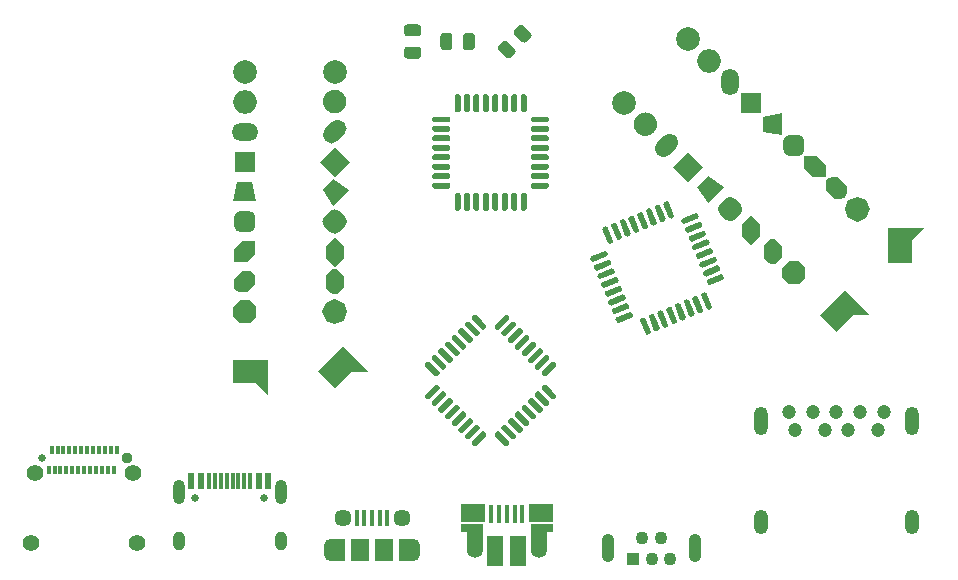
<source format=gbr>
G04 #@! TF.GenerationSoftware,KiCad,Pcbnew,5.99.0-unknown-9424d66d22~106~ubuntu18.04.1*
G04 #@! TF.CreationDate,2021-01-09T19:53:46+08:00*
G04 #@! TF.ProjectId,Flashpads,466c6173-6870-4616-9473-2e6b69636164,rev?*
G04 #@! TF.SameCoordinates,Original*
G04 #@! TF.FileFunction,Soldermask,Top*
G04 #@! TF.FilePolarity,Negative*
%FSLAX46Y46*%
G04 Gerber Fmt 4.6, Leading zero omitted, Abs format (unit mm)*
G04 Created by KiCad (PCBNEW 5.99.0-unknown-9424d66d22~106~ubuntu18.04.1) date 2021-01-09 19:53:46*
%MOMM*%
%LPD*%
G01*
G04 APERTURE LIST*
%ADD10R,1.430000X2.500000*%
%ADD11O,1.350000X1.700000*%
%ADD12O,1.100000X1.500000*%
%ADD13R,0.400000X1.650000*%
%ADD14R,2.000000X1.500000*%
%ADD15R,1.825000X0.700000*%
%ADD16R,1.350000X2.000000*%
%ADD17R,0.300000X0.700000*%
%ADD18C,0.650000*%
%ADD19C,0.950000*%
%ADD20C,1.400000*%
%ADD21O,1.100000X2.400000*%
%ADD22C,1.100000*%
%ADD23R,1.100000X1.100000*%
%ADD24O,1.200000X2.100000*%
%ADD25O,1.200000X2.400000*%
%ADD26C,1.200000*%
%ADD27R,0.600000X1.450000*%
%ADD28R,0.300000X1.450000*%
%ADD29O,1.000000X2.100000*%
%ADD30O,1.000000X1.600000*%
%ADD31R,1.200000X1.900000*%
%ADD32O,1.200000X1.900000*%
%ADD33R,1.500000X1.900000*%
%ADD34C,1.450000*%
%ADD35R,0.400000X1.350000*%
%ADD36C,2.000000*%
%ADD37R,1.800000X1.800000*%
%ADD38O,1.500000X2.250000*%
%ADD39O,2.000000X2.000000*%
%ADD40O,2.250000X1.500000*%
G04 APERTURE END LIST*
D10*
G04 #@! TO.C,REF\u002A\u002A*
X63419000Y-66917000D03*
X61499000Y-66917000D03*
D11*
X65189000Y-66647000D03*
X59729000Y-66647000D03*
D12*
X64879000Y-63647000D03*
X60039000Y-63647000D03*
D13*
X63759000Y-63767000D03*
X63109000Y-63767000D03*
X62459000Y-63767000D03*
X61809000Y-63767000D03*
X61159000Y-63767000D03*
D14*
X65359000Y-63647000D03*
X59609000Y-63667000D03*
D15*
X65459000Y-64967000D03*
X59509000Y-64967000D03*
D16*
X59729000Y-65717000D03*
X65209000Y-65717000D03*
G04 #@! TD*
D17*
G04 #@! TO.C,REF\u002A\u002A*
X23670000Y-60053000D03*
X24170000Y-60053000D03*
X24670000Y-60053000D03*
X25170000Y-60053000D03*
X25670000Y-60053000D03*
X26170000Y-60053000D03*
X26670000Y-60053000D03*
X27170000Y-60053000D03*
X27670000Y-60053000D03*
X28170000Y-60053000D03*
X28670000Y-60053000D03*
D18*
X23070000Y-59013000D03*
D19*
X30270000Y-59013000D03*
D20*
X22180000Y-66213000D03*
X31160000Y-66213000D03*
X30800000Y-60263000D03*
D17*
X29170000Y-60053000D03*
X28920000Y-58353000D03*
X27420000Y-58353000D03*
X27920000Y-58353000D03*
X28420000Y-58353000D03*
X29420000Y-58353000D03*
X26920000Y-58353000D03*
X26420000Y-58353000D03*
X25920000Y-58353000D03*
X25420000Y-58353000D03*
X24920000Y-58353000D03*
X24420000Y-58353000D03*
X23920000Y-58353000D03*
D20*
X22540000Y-60263000D03*
G04 #@! TD*
D21*
G04 #@! TO.C,REF\u002A\u002A*
X78364000Y-66661000D03*
X71064000Y-66661000D03*
D22*
X76314000Y-67536000D03*
X75514000Y-65786000D03*
X74714000Y-67536000D03*
X73914000Y-65786000D03*
D23*
X73114000Y-67536000D03*
G04 #@! TD*
D24*
G04 #@! TO.C,REF\u002A\u002A*
X83968000Y-64392000D03*
X96768000Y-64392000D03*
D25*
X83968000Y-55892000D03*
X96768000Y-55892000D03*
D26*
X86368000Y-55142000D03*
X88368000Y-55142000D03*
X90368000Y-55142000D03*
X92368000Y-55142000D03*
X94368000Y-55142000D03*
X93868000Y-56642000D03*
X91368000Y-56642000D03*
X89368000Y-56642000D03*
X86868000Y-56642000D03*
G04 #@! TD*
G04 #@! TO.C,IC3*
G36*
G01*
X55712989Y-54041990D02*
X55536212Y-53865213D01*
G75*
G02*
X55536212Y-53688437I88388J88388D01*
G01*
X56420095Y-52804554D01*
G75*
G02*
X56596871Y-52804554I88388J-88388D01*
G01*
X56773648Y-52981331D01*
G75*
G02*
X56773648Y-53158107I-88388J-88388D01*
G01*
X55889765Y-54041990D01*
G75*
G02*
X55712989Y-54041990I-88388J88388D01*
G01*
G37*
G36*
G01*
X56278675Y-54607675D02*
X56101898Y-54430898D01*
G75*
G02*
X56101898Y-54254122I88388J88388D01*
G01*
X56985781Y-53370239D01*
G75*
G02*
X57162557Y-53370239I88388J-88388D01*
G01*
X57339334Y-53547016D01*
G75*
G02*
X57339334Y-53723792I-88388J-88388D01*
G01*
X56455451Y-54607675D01*
G75*
G02*
X56278675Y-54607675I-88388J88388D01*
G01*
G37*
G36*
G01*
X56844360Y-55173361D02*
X56667583Y-54996584D01*
G75*
G02*
X56667583Y-54819808I88388J88388D01*
G01*
X57551466Y-53935925D01*
G75*
G02*
X57728242Y-53935925I88388J-88388D01*
G01*
X57905019Y-54112702D01*
G75*
G02*
X57905019Y-54289478I-88388J-88388D01*
G01*
X57021136Y-55173361D01*
G75*
G02*
X56844360Y-55173361I-88388J88388D01*
G01*
G37*
G36*
G01*
X57410045Y-55739046D02*
X57233268Y-55562269D01*
G75*
G02*
X57233268Y-55385493I88388J88388D01*
G01*
X58117151Y-54501610D01*
G75*
G02*
X58293927Y-54501610I88388J-88388D01*
G01*
X58470704Y-54678387D01*
G75*
G02*
X58470704Y-54855163I-88388J-88388D01*
G01*
X57586821Y-55739046D01*
G75*
G02*
X57410045Y-55739046I-88388J88388D01*
G01*
G37*
G36*
G01*
X57975731Y-56304732D02*
X57798954Y-56127955D01*
G75*
G02*
X57798954Y-55951179I88388J88388D01*
G01*
X58682837Y-55067296D01*
G75*
G02*
X58859613Y-55067296I88388J-88388D01*
G01*
X59036390Y-55244073D01*
G75*
G02*
X59036390Y-55420849I-88388J-88388D01*
G01*
X58152507Y-56304732D01*
G75*
G02*
X57975731Y-56304732I-88388J88388D01*
G01*
G37*
G36*
G01*
X58541416Y-56870417D02*
X58364639Y-56693640D01*
G75*
G02*
X58364639Y-56516864I88388J88388D01*
G01*
X59248522Y-55632981D01*
G75*
G02*
X59425298Y-55632981I88388J-88388D01*
G01*
X59602075Y-55809758D01*
G75*
G02*
X59602075Y-55986534I-88388J-88388D01*
G01*
X58718192Y-56870417D01*
G75*
G02*
X58541416Y-56870417I-88388J88388D01*
G01*
G37*
G36*
G01*
X59107102Y-57436102D02*
X58930325Y-57259325D01*
G75*
G02*
X58930325Y-57082549I88388J88388D01*
G01*
X59814208Y-56198666D01*
G75*
G02*
X59990984Y-56198666I88388J-88388D01*
G01*
X60167761Y-56375443D01*
G75*
G02*
X60167761Y-56552219I-88388J-88388D01*
G01*
X59283878Y-57436102D01*
G75*
G02*
X59107102Y-57436102I-88388J88388D01*
G01*
G37*
G36*
G01*
X59672787Y-58001788D02*
X59496010Y-57825011D01*
G75*
G02*
X59496010Y-57648235I88388J88388D01*
G01*
X60379893Y-56764352D01*
G75*
G02*
X60556669Y-56764352I88388J-88388D01*
G01*
X60733446Y-56941129D01*
G75*
G02*
X60733446Y-57117905I-88388J-88388D01*
G01*
X59849563Y-58001788D01*
G75*
G02*
X59672787Y-58001788I-88388J88388D01*
G01*
G37*
G36*
G01*
X62324437Y-58001788D02*
X61440554Y-57117905D01*
G75*
G02*
X61440554Y-56941129I88388J88388D01*
G01*
X61617331Y-56764352D01*
G75*
G02*
X61794107Y-56764352I88388J-88388D01*
G01*
X62677990Y-57648235D01*
G75*
G02*
X62677990Y-57825011I-88388J-88388D01*
G01*
X62501213Y-58001788D01*
G75*
G02*
X62324437Y-58001788I-88388J88388D01*
G01*
G37*
G36*
G01*
X62890122Y-57436102D02*
X62006239Y-56552219D01*
G75*
G02*
X62006239Y-56375443I88388J88388D01*
G01*
X62183016Y-56198666D01*
G75*
G02*
X62359792Y-56198666I88388J-88388D01*
G01*
X63243675Y-57082549D01*
G75*
G02*
X63243675Y-57259325I-88388J-88388D01*
G01*
X63066898Y-57436102D01*
G75*
G02*
X62890122Y-57436102I-88388J88388D01*
G01*
G37*
G36*
G01*
X63455808Y-56870417D02*
X62571925Y-55986534D01*
G75*
G02*
X62571925Y-55809758I88388J88388D01*
G01*
X62748702Y-55632981D01*
G75*
G02*
X62925478Y-55632981I88388J-88388D01*
G01*
X63809361Y-56516864D01*
G75*
G02*
X63809361Y-56693640I-88388J-88388D01*
G01*
X63632584Y-56870417D01*
G75*
G02*
X63455808Y-56870417I-88388J88388D01*
G01*
G37*
G36*
G01*
X64021493Y-56304732D02*
X63137610Y-55420849D01*
G75*
G02*
X63137610Y-55244073I88388J88388D01*
G01*
X63314387Y-55067296D01*
G75*
G02*
X63491163Y-55067296I88388J-88388D01*
G01*
X64375046Y-55951179D01*
G75*
G02*
X64375046Y-56127955I-88388J-88388D01*
G01*
X64198269Y-56304732D01*
G75*
G02*
X64021493Y-56304732I-88388J88388D01*
G01*
G37*
G36*
G01*
X64587179Y-55739046D02*
X63703296Y-54855163D01*
G75*
G02*
X63703296Y-54678387I88388J88388D01*
G01*
X63880073Y-54501610D01*
G75*
G02*
X64056849Y-54501610I88388J-88388D01*
G01*
X64940732Y-55385493D01*
G75*
G02*
X64940732Y-55562269I-88388J-88388D01*
G01*
X64763955Y-55739046D01*
G75*
G02*
X64587179Y-55739046I-88388J88388D01*
G01*
G37*
G36*
G01*
X65152864Y-55173361D02*
X64268981Y-54289478D01*
G75*
G02*
X64268981Y-54112702I88388J88388D01*
G01*
X64445758Y-53935925D01*
G75*
G02*
X64622534Y-53935925I88388J-88388D01*
G01*
X65506417Y-54819808D01*
G75*
G02*
X65506417Y-54996584I-88388J-88388D01*
G01*
X65329640Y-55173361D01*
G75*
G02*
X65152864Y-55173361I-88388J88388D01*
G01*
G37*
G36*
G01*
X65718549Y-54607675D02*
X64834666Y-53723792D01*
G75*
G02*
X64834666Y-53547016I88388J88388D01*
G01*
X65011443Y-53370239D01*
G75*
G02*
X65188219Y-53370239I88388J-88388D01*
G01*
X66072102Y-54254122D01*
G75*
G02*
X66072102Y-54430898I-88388J-88388D01*
G01*
X65895325Y-54607675D01*
G75*
G02*
X65718549Y-54607675I-88388J88388D01*
G01*
G37*
G36*
G01*
X66284235Y-54041990D02*
X65400352Y-53158107D01*
G75*
G02*
X65400352Y-52981331I88388J88388D01*
G01*
X65577129Y-52804554D01*
G75*
G02*
X65753905Y-52804554I88388J-88388D01*
G01*
X66637788Y-53688437D01*
G75*
G02*
X66637788Y-53865213I-88388J-88388D01*
G01*
X66461011Y-54041990D01*
G75*
G02*
X66284235Y-54041990I-88388J88388D01*
G01*
G37*
G36*
G01*
X65577129Y-52097446D02*
X65400352Y-51920669D01*
G75*
G02*
X65400352Y-51743893I88388J88388D01*
G01*
X66284235Y-50860010D01*
G75*
G02*
X66461011Y-50860010I88388J-88388D01*
G01*
X66637788Y-51036787D01*
G75*
G02*
X66637788Y-51213563I-88388J-88388D01*
G01*
X65753905Y-52097446D01*
G75*
G02*
X65577129Y-52097446I-88388J88388D01*
G01*
G37*
G36*
G01*
X65011443Y-51531761D02*
X64834666Y-51354984D01*
G75*
G02*
X64834666Y-51178208I88388J88388D01*
G01*
X65718549Y-50294325D01*
G75*
G02*
X65895325Y-50294325I88388J-88388D01*
G01*
X66072102Y-50471102D01*
G75*
G02*
X66072102Y-50647878I-88388J-88388D01*
G01*
X65188219Y-51531761D01*
G75*
G02*
X65011443Y-51531761I-88388J88388D01*
G01*
G37*
G36*
G01*
X64445758Y-50966075D02*
X64268981Y-50789298D01*
G75*
G02*
X64268981Y-50612522I88388J88388D01*
G01*
X65152864Y-49728639D01*
G75*
G02*
X65329640Y-49728639I88388J-88388D01*
G01*
X65506417Y-49905416D01*
G75*
G02*
X65506417Y-50082192I-88388J-88388D01*
G01*
X64622534Y-50966075D01*
G75*
G02*
X64445758Y-50966075I-88388J88388D01*
G01*
G37*
G36*
G01*
X63880073Y-50400390D02*
X63703296Y-50223613D01*
G75*
G02*
X63703296Y-50046837I88388J88388D01*
G01*
X64587179Y-49162954D01*
G75*
G02*
X64763955Y-49162954I88388J-88388D01*
G01*
X64940732Y-49339731D01*
G75*
G02*
X64940732Y-49516507I-88388J-88388D01*
G01*
X64056849Y-50400390D01*
G75*
G02*
X63880073Y-50400390I-88388J88388D01*
G01*
G37*
G36*
G01*
X63314387Y-49834704D02*
X63137610Y-49657927D01*
G75*
G02*
X63137610Y-49481151I88388J88388D01*
G01*
X64021493Y-48597268D01*
G75*
G02*
X64198269Y-48597268I88388J-88388D01*
G01*
X64375046Y-48774045D01*
G75*
G02*
X64375046Y-48950821I-88388J-88388D01*
G01*
X63491163Y-49834704D01*
G75*
G02*
X63314387Y-49834704I-88388J88388D01*
G01*
G37*
G36*
G01*
X62748702Y-49269019D02*
X62571925Y-49092242D01*
G75*
G02*
X62571925Y-48915466I88388J88388D01*
G01*
X63455808Y-48031583D01*
G75*
G02*
X63632584Y-48031583I88388J-88388D01*
G01*
X63809361Y-48208360D01*
G75*
G02*
X63809361Y-48385136I-88388J-88388D01*
G01*
X62925478Y-49269019D01*
G75*
G02*
X62748702Y-49269019I-88388J88388D01*
G01*
G37*
G36*
G01*
X62183016Y-48703334D02*
X62006239Y-48526557D01*
G75*
G02*
X62006239Y-48349781I88388J88388D01*
G01*
X62890122Y-47465898D01*
G75*
G02*
X63066898Y-47465898I88388J-88388D01*
G01*
X63243675Y-47642675D01*
G75*
G02*
X63243675Y-47819451I-88388J-88388D01*
G01*
X62359792Y-48703334D01*
G75*
G02*
X62183016Y-48703334I-88388J88388D01*
G01*
G37*
G36*
G01*
X61617331Y-48137648D02*
X61440554Y-47960871D01*
G75*
G02*
X61440554Y-47784095I88388J88388D01*
G01*
X62324437Y-46900212D01*
G75*
G02*
X62501213Y-46900212I88388J-88388D01*
G01*
X62677990Y-47076989D01*
G75*
G02*
X62677990Y-47253765I-88388J-88388D01*
G01*
X61794107Y-48137648D01*
G75*
G02*
X61617331Y-48137648I-88388J88388D01*
G01*
G37*
G36*
G01*
X60379893Y-48137648D02*
X59496010Y-47253765D01*
G75*
G02*
X59496010Y-47076989I88388J88388D01*
G01*
X59672787Y-46900212D01*
G75*
G02*
X59849563Y-46900212I88388J-88388D01*
G01*
X60733446Y-47784095D01*
G75*
G02*
X60733446Y-47960871I-88388J-88388D01*
G01*
X60556669Y-48137648D01*
G75*
G02*
X60379893Y-48137648I-88388J88388D01*
G01*
G37*
G36*
G01*
X59814208Y-48703334D02*
X58930325Y-47819451D01*
G75*
G02*
X58930325Y-47642675I88388J88388D01*
G01*
X59107102Y-47465898D01*
G75*
G02*
X59283878Y-47465898I88388J-88388D01*
G01*
X60167761Y-48349781D01*
G75*
G02*
X60167761Y-48526557I-88388J-88388D01*
G01*
X59990984Y-48703334D01*
G75*
G02*
X59814208Y-48703334I-88388J88388D01*
G01*
G37*
G36*
G01*
X59248522Y-49269019D02*
X58364639Y-48385136D01*
G75*
G02*
X58364639Y-48208360I88388J88388D01*
G01*
X58541416Y-48031583D01*
G75*
G02*
X58718192Y-48031583I88388J-88388D01*
G01*
X59602075Y-48915466D01*
G75*
G02*
X59602075Y-49092242I-88388J-88388D01*
G01*
X59425298Y-49269019D01*
G75*
G02*
X59248522Y-49269019I-88388J88388D01*
G01*
G37*
G36*
G01*
X58682837Y-49834704D02*
X57798954Y-48950821D01*
G75*
G02*
X57798954Y-48774045I88388J88388D01*
G01*
X57975731Y-48597268D01*
G75*
G02*
X58152507Y-48597268I88388J-88388D01*
G01*
X59036390Y-49481151D01*
G75*
G02*
X59036390Y-49657927I-88388J-88388D01*
G01*
X58859613Y-49834704D01*
G75*
G02*
X58682837Y-49834704I-88388J88388D01*
G01*
G37*
G36*
G01*
X58117151Y-50400390D02*
X57233268Y-49516507D01*
G75*
G02*
X57233268Y-49339731I88388J88388D01*
G01*
X57410045Y-49162954D01*
G75*
G02*
X57586821Y-49162954I88388J-88388D01*
G01*
X58470704Y-50046837D01*
G75*
G02*
X58470704Y-50223613I-88388J-88388D01*
G01*
X58293927Y-50400390D01*
G75*
G02*
X58117151Y-50400390I-88388J88388D01*
G01*
G37*
G36*
G01*
X57551466Y-50966075D02*
X56667583Y-50082192D01*
G75*
G02*
X56667583Y-49905416I88388J88388D01*
G01*
X56844360Y-49728639D01*
G75*
G02*
X57021136Y-49728639I88388J-88388D01*
G01*
X57905019Y-50612522D01*
G75*
G02*
X57905019Y-50789298I-88388J-88388D01*
G01*
X57728242Y-50966075D01*
G75*
G02*
X57551466Y-50966075I-88388J88388D01*
G01*
G37*
G36*
G01*
X56985781Y-51531761D02*
X56101898Y-50647878D01*
G75*
G02*
X56101898Y-50471102I88388J88388D01*
G01*
X56278675Y-50294325D01*
G75*
G02*
X56455451Y-50294325I88388J-88388D01*
G01*
X57339334Y-51178208D01*
G75*
G02*
X57339334Y-51354984I-88388J-88388D01*
G01*
X57162557Y-51531761D01*
G75*
G02*
X56985781Y-51531761I-88388J88388D01*
G01*
G37*
G36*
G01*
X56420095Y-52097446D02*
X55536212Y-51213563D01*
G75*
G02*
X55536212Y-51036787I88388J88388D01*
G01*
X55712989Y-50860010D01*
G75*
G02*
X55889765Y-50860010I88388J-88388D01*
G01*
X56773648Y-51743893D01*
G75*
G02*
X56773648Y-51920669I-88388J-88388D01*
G01*
X56596871Y-52097446D01*
G75*
G02*
X56420095Y-52097446I-88388J88388D01*
G01*
G37*
G04 #@! TD*
G04 #@! TO.C,IC2*
G36*
G01*
X69610215Y-42339338D02*
X69514544Y-42108368D01*
G75*
G02*
X69582194Y-41945048I115485J47835D01*
G01*
X70737043Y-41466694D01*
G75*
G02*
X70900363Y-41534344I47835J-115485D01*
G01*
X70996034Y-41765314D01*
G75*
G02*
X70928384Y-41928634I-115485J-47835D01*
G01*
X69773535Y-42406988D01*
G75*
G02*
X69610215Y-42339338I-47835J115485D01*
G01*
G37*
G36*
G01*
X69916362Y-43078441D02*
X69820691Y-42847471D01*
G75*
G02*
X69888341Y-42684151I115485J47835D01*
G01*
X71043190Y-42205797D01*
G75*
G02*
X71206510Y-42273447I47835J-115485D01*
G01*
X71302181Y-42504417D01*
G75*
G02*
X71234531Y-42667737I-115485J-47835D01*
G01*
X70079682Y-43146091D01*
G75*
G02*
X69916362Y-43078441I-47835J115485D01*
G01*
G37*
G36*
G01*
X70222509Y-43817545D02*
X70126838Y-43586575D01*
G75*
G02*
X70194488Y-43423255I115485J47835D01*
G01*
X71349337Y-42944901D01*
G75*
G02*
X71512657Y-43012551I47835J-115485D01*
G01*
X71608328Y-43243521D01*
G75*
G02*
X71540678Y-43406841I-115485J-47835D01*
G01*
X70385829Y-43885195D01*
G75*
G02*
X70222509Y-43817545I-47835J115485D01*
G01*
G37*
G36*
G01*
X70528656Y-44556649D02*
X70432985Y-44325679D01*
G75*
G02*
X70500635Y-44162359I115485J47835D01*
G01*
X71655484Y-43684005D01*
G75*
G02*
X71818804Y-43751655I47835J-115485D01*
G01*
X71914475Y-43982625D01*
G75*
G02*
X71846825Y-44145945I-115485J-47835D01*
G01*
X70691976Y-44624299D01*
G75*
G02*
X70528656Y-44556649I-47835J115485D01*
G01*
G37*
G36*
G01*
X70834802Y-45295752D02*
X70739131Y-45064782D01*
G75*
G02*
X70806781Y-44901462I115485J47835D01*
G01*
X71961630Y-44423108D01*
G75*
G02*
X72124950Y-44490758I47835J-115485D01*
G01*
X72220621Y-44721728D01*
G75*
G02*
X72152971Y-44885048I-115485J-47835D01*
G01*
X70998122Y-45363402D01*
G75*
G02*
X70834802Y-45295752I-47835J115485D01*
G01*
G37*
G36*
G01*
X71140949Y-46034856D02*
X71045278Y-45803886D01*
G75*
G02*
X71112928Y-45640566I115485J47835D01*
G01*
X72267777Y-45162212D01*
G75*
G02*
X72431097Y-45229862I47835J-115485D01*
G01*
X72526768Y-45460832D01*
G75*
G02*
X72459118Y-45624152I-115485J-47835D01*
G01*
X71304269Y-46102506D01*
G75*
G02*
X71140949Y-46034856I-47835J115485D01*
G01*
G37*
G36*
G01*
X71447096Y-46773959D02*
X71351425Y-46542989D01*
G75*
G02*
X71419075Y-46379669I115485J47835D01*
G01*
X72573924Y-45901315D01*
G75*
G02*
X72737244Y-45968965I47835J-115485D01*
G01*
X72832915Y-46199935D01*
G75*
G02*
X72765265Y-46363255I-115485J-47835D01*
G01*
X71610416Y-46841609D01*
G75*
G02*
X71447096Y-46773959I-47835J115485D01*
G01*
G37*
G36*
G01*
X71753243Y-47513063D02*
X71657572Y-47282093D01*
G75*
G02*
X71725222Y-47118773I115485J47835D01*
G01*
X72880071Y-46640419D01*
G75*
G02*
X73043391Y-46708069I47835J-115485D01*
G01*
X73139062Y-46939039D01*
G75*
G02*
X73071412Y-47102359I-115485J-47835D01*
G01*
X71916563Y-47580713D01*
G75*
G02*
X71753243Y-47513063I-47835J115485D01*
G01*
G37*
G36*
G01*
X74203048Y-48527806D02*
X73724694Y-47372957D01*
G75*
G02*
X73792344Y-47209637I115485J47835D01*
G01*
X74023314Y-47113966D01*
G75*
G02*
X74186634Y-47181616I47835J-115485D01*
G01*
X74664988Y-48336465D01*
G75*
G02*
X74597338Y-48499785I-115485J-47835D01*
G01*
X74366368Y-48595456D01*
G75*
G02*
X74203048Y-48527806I-47835J115485D01*
G01*
G37*
G36*
G01*
X74942151Y-48221659D02*
X74463797Y-47066810D01*
G75*
G02*
X74531447Y-46903490I115485J47835D01*
G01*
X74762417Y-46807819D01*
G75*
G02*
X74925737Y-46875469I47835J-115485D01*
G01*
X75404091Y-48030318D01*
G75*
G02*
X75336441Y-48193638I-115485J-47835D01*
G01*
X75105471Y-48289309D01*
G75*
G02*
X74942151Y-48221659I-47835J115485D01*
G01*
G37*
G36*
G01*
X75681255Y-47915512D02*
X75202901Y-46760663D01*
G75*
G02*
X75270551Y-46597343I115485J47835D01*
G01*
X75501521Y-46501672D01*
G75*
G02*
X75664841Y-46569322I47835J-115485D01*
G01*
X76143195Y-47724171D01*
G75*
G02*
X76075545Y-47887491I-115485J-47835D01*
G01*
X75844575Y-47983162D01*
G75*
G02*
X75681255Y-47915512I-47835J115485D01*
G01*
G37*
G36*
G01*
X76420359Y-47609365D02*
X75942005Y-46454516D01*
G75*
G02*
X76009655Y-46291196I115485J47835D01*
G01*
X76240625Y-46195525D01*
G75*
G02*
X76403945Y-46263175I47835J-115485D01*
G01*
X76882299Y-47418024D01*
G75*
G02*
X76814649Y-47581344I-115485J-47835D01*
G01*
X76583679Y-47677015D01*
G75*
G02*
X76420359Y-47609365I-47835J115485D01*
G01*
G37*
G36*
G01*
X77159462Y-47303219D02*
X76681108Y-46148370D01*
G75*
G02*
X76748758Y-45985050I115485J47835D01*
G01*
X76979728Y-45889379D01*
G75*
G02*
X77143048Y-45957029I47835J-115485D01*
G01*
X77621402Y-47111878D01*
G75*
G02*
X77553752Y-47275198I-115485J-47835D01*
G01*
X77322782Y-47370869D01*
G75*
G02*
X77159462Y-47303219I-47835J115485D01*
G01*
G37*
G36*
G01*
X77898566Y-46997072D02*
X77420212Y-45842223D01*
G75*
G02*
X77487862Y-45678903I115485J47835D01*
G01*
X77718832Y-45583232D01*
G75*
G02*
X77882152Y-45650882I47835J-115485D01*
G01*
X78360506Y-46805731D01*
G75*
G02*
X78292856Y-46969051I-115485J-47835D01*
G01*
X78061886Y-47064722D01*
G75*
G02*
X77898566Y-46997072I-47835J115485D01*
G01*
G37*
G36*
G01*
X78637669Y-46690925D02*
X78159315Y-45536076D01*
G75*
G02*
X78226965Y-45372756I115485J47835D01*
G01*
X78457935Y-45277085D01*
G75*
G02*
X78621255Y-45344735I47835J-115485D01*
G01*
X79099609Y-46499584D01*
G75*
G02*
X79031959Y-46662904I-115485J-47835D01*
G01*
X78800989Y-46758575D01*
G75*
G02*
X78637669Y-46690925I-47835J115485D01*
G01*
G37*
G36*
G01*
X79376773Y-46384778D02*
X78898419Y-45229929D01*
G75*
G02*
X78966069Y-45066609I115485J47835D01*
G01*
X79197039Y-44970938D01*
G75*
G02*
X79360359Y-45038588I47835J-115485D01*
G01*
X79838713Y-46193437D01*
G75*
G02*
X79771063Y-46356757I-115485J-47835D01*
G01*
X79540093Y-46452428D01*
G75*
G02*
X79376773Y-46384778I-47835J115485D01*
G01*
G37*
G36*
G01*
X79467637Y-44317656D02*
X79371966Y-44086686D01*
G75*
G02*
X79439616Y-43923366I115485J47835D01*
G01*
X80594465Y-43445012D01*
G75*
G02*
X80757785Y-43512662I47835J-115485D01*
G01*
X80853456Y-43743632D01*
G75*
G02*
X80785806Y-43906952I-115485J-47835D01*
G01*
X79630957Y-44385306D01*
G75*
G02*
X79467637Y-44317656I-47835J115485D01*
G01*
G37*
G36*
G01*
X79161490Y-43578553D02*
X79065819Y-43347583D01*
G75*
G02*
X79133469Y-43184263I115485J47835D01*
G01*
X80288318Y-42705909D01*
G75*
G02*
X80451638Y-42773559I47835J-115485D01*
G01*
X80547309Y-43004529D01*
G75*
G02*
X80479659Y-43167849I-115485J-47835D01*
G01*
X79324810Y-43646203D01*
G75*
G02*
X79161490Y-43578553I-47835J115485D01*
G01*
G37*
G36*
G01*
X78855343Y-42839449D02*
X78759672Y-42608479D01*
G75*
G02*
X78827322Y-42445159I115485J47835D01*
G01*
X79982171Y-41966805D01*
G75*
G02*
X80145491Y-42034455I47835J-115485D01*
G01*
X80241162Y-42265425D01*
G75*
G02*
X80173512Y-42428745I-115485J-47835D01*
G01*
X79018663Y-42907099D01*
G75*
G02*
X78855343Y-42839449I-47835J115485D01*
G01*
G37*
G36*
G01*
X78549196Y-42100345D02*
X78453525Y-41869375D01*
G75*
G02*
X78521175Y-41706055I115485J47835D01*
G01*
X79676024Y-41227701D01*
G75*
G02*
X79839344Y-41295351I47835J-115485D01*
G01*
X79935015Y-41526321D01*
G75*
G02*
X79867365Y-41689641I-115485J-47835D01*
G01*
X78712516Y-42167995D01*
G75*
G02*
X78549196Y-42100345I-47835J115485D01*
G01*
G37*
G36*
G01*
X78243050Y-41361242D02*
X78147379Y-41130272D01*
G75*
G02*
X78215029Y-40966952I115485J47835D01*
G01*
X79369878Y-40488598D01*
G75*
G02*
X79533198Y-40556248I47835J-115485D01*
G01*
X79628869Y-40787218D01*
G75*
G02*
X79561219Y-40950538I-115485J-47835D01*
G01*
X78406370Y-41428892D01*
G75*
G02*
X78243050Y-41361242I-47835J115485D01*
G01*
G37*
G36*
G01*
X77936903Y-40622138D02*
X77841232Y-40391168D01*
G75*
G02*
X77908882Y-40227848I115485J47835D01*
G01*
X79063731Y-39749494D01*
G75*
G02*
X79227051Y-39817144I47835J-115485D01*
G01*
X79322722Y-40048114D01*
G75*
G02*
X79255072Y-40211434I-115485J-47835D01*
G01*
X78100223Y-40689788D01*
G75*
G02*
X77936903Y-40622138I-47835J115485D01*
G01*
G37*
G36*
G01*
X77630756Y-39883035D02*
X77535085Y-39652065D01*
G75*
G02*
X77602735Y-39488745I115485J47835D01*
G01*
X78757584Y-39010391D01*
G75*
G02*
X78920904Y-39078041I47835J-115485D01*
G01*
X79016575Y-39309011D01*
G75*
G02*
X78948925Y-39472331I-115485J-47835D01*
G01*
X77794076Y-39950685D01*
G75*
G02*
X77630756Y-39883035I-47835J115485D01*
G01*
G37*
G36*
G01*
X77324609Y-39143931D02*
X77228938Y-38912961D01*
G75*
G02*
X77296588Y-38749641I115485J47835D01*
G01*
X78451437Y-38271287D01*
G75*
G02*
X78614757Y-38338937I47835J-115485D01*
G01*
X78710428Y-38569907D01*
G75*
G02*
X78642778Y-38733227I-115485J-47835D01*
G01*
X77487929Y-39211581D01*
G75*
G02*
X77324609Y-39143931I-47835J115485D01*
G01*
G37*
G36*
G01*
X76181366Y-38670384D02*
X75703012Y-37515535D01*
G75*
G02*
X75770662Y-37352215I115485J47835D01*
G01*
X76001632Y-37256544D01*
G75*
G02*
X76164952Y-37324194I47835J-115485D01*
G01*
X76643306Y-38479043D01*
G75*
G02*
X76575656Y-38642363I-115485J-47835D01*
G01*
X76344686Y-38738034D01*
G75*
G02*
X76181366Y-38670384I-47835J115485D01*
G01*
G37*
G36*
G01*
X75442263Y-38976531D02*
X74963909Y-37821682D01*
G75*
G02*
X75031559Y-37658362I115485J47835D01*
G01*
X75262529Y-37562691D01*
G75*
G02*
X75425849Y-37630341I47835J-115485D01*
G01*
X75904203Y-38785190D01*
G75*
G02*
X75836553Y-38948510I-115485J-47835D01*
G01*
X75605583Y-39044181D01*
G75*
G02*
X75442263Y-38976531I-47835J115485D01*
G01*
G37*
G36*
G01*
X74703159Y-39282678D02*
X74224805Y-38127829D01*
G75*
G02*
X74292455Y-37964509I115485J47835D01*
G01*
X74523425Y-37868838D01*
G75*
G02*
X74686745Y-37936488I47835J-115485D01*
G01*
X75165099Y-39091337D01*
G75*
G02*
X75097449Y-39254657I-115485J-47835D01*
G01*
X74866479Y-39350328D01*
G75*
G02*
X74703159Y-39282678I-47835J115485D01*
G01*
G37*
G36*
G01*
X73964055Y-39588825D02*
X73485701Y-38433976D01*
G75*
G02*
X73553351Y-38270656I115485J47835D01*
G01*
X73784321Y-38174985D01*
G75*
G02*
X73947641Y-38242635I47835J-115485D01*
G01*
X74425995Y-39397484D01*
G75*
G02*
X74358345Y-39560804I-115485J-47835D01*
G01*
X74127375Y-39656475D01*
G75*
G02*
X73964055Y-39588825I-47835J115485D01*
G01*
G37*
G36*
G01*
X73224952Y-39894971D02*
X72746598Y-38740122D01*
G75*
G02*
X72814248Y-38576802I115485J47835D01*
G01*
X73045218Y-38481131D01*
G75*
G02*
X73208538Y-38548781I47835J-115485D01*
G01*
X73686892Y-39703630D01*
G75*
G02*
X73619242Y-39866950I-115485J-47835D01*
G01*
X73388272Y-39962621D01*
G75*
G02*
X73224952Y-39894971I-47835J115485D01*
G01*
G37*
G36*
G01*
X72485848Y-40201118D02*
X72007494Y-39046269D01*
G75*
G02*
X72075144Y-38882949I115485J47835D01*
G01*
X72306114Y-38787278D01*
G75*
G02*
X72469434Y-38854928I47835J-115485D01*
G01*
X72947788Y-40009777D01*
G75*
G02*
X72880138Y-40173097I-115485J-47835D01*
G01*
X72649168Y-40268768D01*
G75*
G02*
X72485848Y-40201118I-47835J115485D01*
G01*
G37*
G36*
G01*
X71746745Y-40507265D02*
X71268391Y-39352416D01*
G75*
G02*
X71336041Y-39189096I115485J47835D01*
G01*
X71567011Y-39093425D01*
G75*
G02*
X71730331Y-39161075I47835J-115485D01*
G01*
X72208685Y-40315924D01*
G75*
G02*
X72141035Y-40479244I-115485J-47835D01*
G01*
X71910065Y-40574915D01*
G75*
G02*
X71746745Y-40507265I-47835J115485D01*
G01*
G37*
G36*
G01*
X71007641Y-40813412D02*
X70529287Y-39658563D01*
G75*
G02*
X70596937Y-39495243I115485J47835D01*
G01*
X70827907Y-39399572D01*
G75*
G02*
X70991227Y-39467222I47835J-115485D01*
G01*
X71469581Y-40622071D01*
G75*
G02*
X71401931Y-40785391I-115485J-47835D01*
G01*
X71170961Y-40881062D01*
G75*
G02*
X71007641Y-40813412I-47835J115485D01*
G01*
G37*
G04 #@! TD*
G04 #@! TO.C,IC1*
G36*
G01*
X58037000Y-29597000D02*
X58037000Y-28347000D01*
G75*
G02*
X58162000Y-28222000I125000J0D01*
G01*
X58412000Y-28222000D01*
G75*
G02*
X58537000Y-28347000I0J-125000D01*
G01*
X58537000Y-29597000D01*
G75*
G02*
X58412000Y-29722000I-125000J0D01*
G01*
X58162000Y-29722000D01*
G75*
G02*
X58037000Y-29597000I0J125000D01*
G01*
G37*
G36*
G01*
X58837000Y-29597000D02*
X58837000Y-28347000D01*
G75*
G02*
X58962000Y-28222000I125000J0D01*
G01*
X59212000Y-28222000D01*
G75*
G02*
X59337000Y-28347000I0J-125000D01*
G01*
X59337000Y-29597000D01*
G75*
G02*
X59212000Y-29722000I-125000J0D01*
G01*
X58962000Y-29722000D01*
G75*
G02*
X58837000Y-29597000I0J125000D01*
G01*
G37*
G36*
G01*
X59637000Y-29597000D02*
X59637000Y-28347000D01*
G75*
G02*
X59762000Y-28222000I125000J0D01*
G01*
X60012000Y-28222000D01*
G75*
G02*
X60137000Y-28347000I0J-125000D01*
G01*
X60137000Y-29597000D01*
G75*
G02*
X60012000Y-29722000I-125000J0D01*
G01*
X59762000Y-29722000D01*
G75*
G02*
X59637000Y-29597000I0J125000D01*
G01*
G37*
G36*
G01*
X60437000Y-29597000D02*
X60437000Y-28347000D01*
G75*
G02*
X60562000Y-28222000I125000J0D01*
G01*
X60812000Y-28222000D01*
G75*
G02*
X60937000Y-28347000I0J-125000D01*
G01*
X60937000Y-29597000D01*
G75*
G02*
X60812000Y-29722000I-125000J0D01*
G01*
X60562000Y-29722000D01*
G75*
G02*
X60437000Y-29597000I0J125000D01*
G01*
G37*
G36*
G01*
X61237000Y-29597000D02*
X61237000Y-28347000D01*
G75*
G02*
X61362000Y-28222000I125000J0D01*
G01*
X61612000Y-28222000D01*
G75*
G02*
X61737000Y-28347000I0J-125000D01*
G01*
X61737000Y-29597000D01*
G75*
G02*
X61612000Y-29722000I-125000J0D01*
G01*
X61362000Y-29722000D01*
G75*
G02*
X61237000Y-29597000I0J125000D01*
G01*
G37*
G36*
G01*
X62037000Y-29597000D02*
X62037000Y-28347000D01*
G75*
G02*
X62162000Y-28222000I125000J0D01*
G01*
X62412000Y-28222000D01*
G75*
G02*
X62537000Y-28347000I0J-125000D01*
G01*
X62537000Y-29597000D01*
G75*
G02*
X62412000Y-29722000I-125000J0D01*
G01*
X62162000Y-29722000D01*
G75*
G02*
X62037000Y-29597000I0J125000D01*
G01*
G37*
G36*
G01*
X62837000Y-29597000D02*
X62837000Y-28347000D01*
G75*
G02*
X62962000Y-28222000I125000J0D01*
G01*
X63212000Y-28222000D01*
G75*
G02*
X63337000Y-28347000I0J-125000D01*
G01*
X63337000Y-29597000D01*
G75*
G02*
X63212000Y-29722000I-125000J0D01*
G01*
X62962000Y-29722000D01*
G75*
G02*
X62837000Y-29597000I0J125000D01*
G01*
G37*
G36*
G01*
X63637000Y-29597000D02*
X63637000Y-28347000D01*
G75*
G02*
X63762000Y-28222000I125000J0D01*
G01*
X64012000Y-28222000D01*
G75*
G02*
X64137000Y-28347000I0J-125000D01*
G01*
X64137000Y-29597000D01*
G75*
G02*
X64012000Y-29722000I-125000J0D01*
G01*
X63762000Y-29722000D01*
G75*
G02*
X63637000Y-29597000I0J125000D01*
G01*
G37*
G36*
G01*
X64512000Y-30472000D02*
X64512000Y-30222000D01*
G75*
G02*
X64637000Y-30097000I125000J0D01*
G01*
X65887000Y-30097000D01*
G75*
G02*
X66012000Y-30222000I0J-125000D01*
G01*
X66012000Y-30472000D01*
G75*
G02*
X65887000Y-30597000I-125000J0D01*
G01*
X64637000Y-30597000D01*
G75*
G02*
X64512000Y-30472000I0J125000D01*
G01*
G37*
G36*
G01*
X64512000Y-31272000D02*
X64512000Y-31022000D01*
G75*
G02*
X64637000Y-30897000I125000J0D01*
G01*
X65887000Y-30897000D01*
G75*
G02*
X66012000Y-31022000I0J-125000D01*
G01*
X66012000Y-31272000D01*
G75*
G02*
X65887000Y-31397000I-125000J0D01*
G01*
X64637000Y-31397000D01*
G75*
G02*
X64512000Y-31272000I0J125000D01*
G01*
G37*
G36*
G01*
X64512000Y-32072000D02*
X64512000Y-31822000D01*
G75*
G02*
X64637000Y-31697000I125000J0D01*
G01*
X65887000Y-31697000D01*
G75*
G02*
X66012000Y-31822000I0J-125000D01*
G01*
X66012000Y-32072000D01*
G75*
G02*
X65887000Y-32197000I-125000J0D01*
G01*
X64637000Y-32197000D01*
G75*
G02*
X64512000Y-32072000I0J125000D01*
G01*
G37*
G36*
G01*
X64512000Y-32872000D02*
X64512000Y-32622000D01*
G75*
G02*
X64637000Y-32497000I125000J0D01*
G01*
X65887000Y-32497000D01*
G75*
G02*
X66012000Y-32622000I0J-125000D01*
G01*
X66012000Y-32872000D01*
G75*
G02*
X65887000Y-32997000I-125000J0D01*
G01*
X64637000Y-32997000D01*
G75*
G02*
X64512000Y-32872000I0J125000D01*
G01*
G37*
G36*
G01*
X64512000Y-33672000D02*
X64512000Y-33422000D01*
G75*
G02*
X64637000Y-33297000I125000J0D01*
G01*
X65887000Y-33297000D01*
G75*
G02*
X66012000Y-33422000I0J-125000D01*
G01*
X66012000Y-33672000D01*
G75*
G02*
X65887000Y-33797000I-125000J0D01*
G01*
X64637000Y-33797000D01*
G75*
G02*
X64512000Y-33672000I0J125000D01*
G01*
G37*
G36*
G01*
X64512000Y-34472000D02*
X64512000Y-34222000D01*
G75*
G02*
X64637000Y-34097000I125000J0D01*
G01*
X65887000Y-34097000D01*
G75*
G02*
X66012000Y-34222000I0J-125000D01*
G01*
X66012000Y-34472000D01*
G75*
G02*
X65887000Y-34597000I-125000J0D01*
G01*
X64637000Y-34597000D01*
G75*
G02*
X64512000Y-34472000I0J125000D01*
G01*
G37*
G36*
G01*
X64512000Y-35272000D02*
X64512000Y-35022000D01*
G75*
G02*
X64637000Y-34897000I125000J0D01*
G01*
X65887000Y-34897000D01*
G75*
G02*
X66012000Y-35022000I0J-125000D01*
G01*
X66012000Y-35272000D01*
G75*
G02*
X65887000Y-35397000I-125000J0D01*
G01*
X64637000Y-35397000D01*
G75*
G02*
X64512000Y-35272000I0J125000D01*
G01*
G37*
G36*
G01*
X64512000Y-36072000D02*
X64512000Y-35822000D01*
G75*
G02*
X64637000Y-35697000I125000J0D01*
G01*
X65887000Y-35697000D01*
G75*
G02*
X66012000Y-35822000I0J-125000D01*
G01*
X66012000Y-36072000D01*
G75*
G02*
X65887000Y-36197000I-125000J0D01*
G01*
X64637000Y-36197000D01*
G75*
G02*
X64512000Y-36072000I0J125000D01*
G01*
G37*
G36*
G01*
X63637000Y-37947000D02*
X63637000Y-36697000D01*
G75*
G02*
X63762000Y-36572000I125000J0D01*
G01*
X64012000Y-36572000D01*
G75*
G02*
X64137000Y-36697000I0J-125000D01*
G01*
X64137000Y-37947000D01*
G75*
G02*
X64012000Y-38072000I-125000J0D01*
G01*
X63762000Y-38072000D01*
G75*
G02*
X63637000Y-37947000I0J125000D01*
G01*
G37*
G36*
G01*
X62837000Y-37947000D02*
X62837000Y-36697000D01*
G75*
G02*
X62962000Y-36572000I125000J0D01*
G01*
X63212000Y-36572000D01*
G75*
G02*
X63337000Y-36697000I0J-125000D01*
G01*
X63337000Y-37947000D01*
G75*
G02*
X63212000Y-38072000I-125000J0D01*
G01*
X62962000Y-38072000D01*
G75*
G02*
X62837000Y-37947000I0J125000D01*
G01*
G37*
G36*
G01*
X62037000Y-37947000D02*
X62037000Y-36697000D01*
G75*
G02*
X62162000Y-36572000I125000J0D01*
G01*
X62412000Y-36572000D01*
G75*
G02*
X62537000Y-36697000I0J-125000D01*
G01*
X62537000Y-37947000D01*
G75*
G02*
X62412000Y-38072000I-125000J0D01*
G01*
X62162000Y-38072000D01*
G75*
G02*
X62037000Y-37947000I0J125000D01*
G01*
G37*
G36*
G01*
X61237000Y-37947000D02*
X61237000Y-36697000D01*
G75*
G02*
X61362000Y-36572000I125000J0D01*
G01*
X61612000Y-36572000D01*
G75*
G02*
X61737000Y-36697000I0J-125000D01*
G01*
X61737000Y-37947000D01*
G75*
G02*
X61612000Y-38072000I-125000J0D01*
G01*
X61362000Y-38072000D01*
G75*
G02*
X61237000Y-37947000I0J125000D01*
G01*
G37*
G36*
G01*
X60437000Y-37947000D02*
X60437000Y-36697000D01*
G75*
G02*
X60562000Y-36572000I125000J0D01*
G01*
X60812000Y-36572000D01*
G75*
G02*
X60937000Y-36697000I0J-125000D01*
G01*
X60937000Y-37947000D01*
G75*
G02*
X60812000Y-38072000I-125000J0D01*
G01*
X60562000Y-38072000D01*
G75*
G02*
X60437000Y-37947000I0J125000D01*
G01*
G37*
G36*
G01*
X59637000Y-37947000D02*
X59637000Y-36697000D01*
G75*
G02*
X59762000Y-36572000I125000J0D01*
G01*
X60012000Y-36572000D01*
G75*
G02*
X60137000Y-36697000I0J-125000D01*
G01*
X60137000Y-37947000D01*
G75*
G02*
X60012000Y-38072000I-125000J0D01*
G01*
X59762000Y-38072000D01*
G75*
G02*
X59637000Y-37947000I0J125000D01*
G01*
G37*
G36*
G01*
X58837000Y-37947000D02*
X58837000Y-36697000D01*
G75*
G02*
X58962000Y-36572000I125000J0D01*
G01*
X59212000Y-36572000D01*
G75*
G02*
X59337000Y-36697000I0J-125000D01*
G01*
X59337000Y-37947000D01*
G75*
G02*
X59212000Y-38072000I-125000J0D01*
G01*
X58962000Y-38072000D01*
G75*
G02*
X58837000Y-37947000I0J125000D01*
G01*
G37*
G36*
G01*
X58037000Y-37947000D02*
X58037000Y-36697000D01*
G75*
G02*
X58162000Y-36572000I125000J0D01*
G01*
X58412000Y-36572000D01*
G75*
G02*
X58537000Y-36697000I0J-125000D01*
G01*
X58537000Y-37947000D01*
G75*
G02*
X58412000Y-38072000I-125000J0D01*
G01*
X58162000Y-38072000D01*
G75*
G02*
X58037000Y-37947000I0J125000D01*
G01*
G37*
G36*
G01*
X56162000Y-36072000D02*
X56162000Y-35822000D01*
G75*
G02*
X56287000Y-35697000I125000J0D01*
G01*
X57537000Y-35697000D01*
G75*
G02*
X57662000Y-35822000I0J-125000D01*
G01*
X57662000Y-36072000D01*
G75*
G02*
X57537000Y-36197000I-125000J0D01*
G01*
X56287000Y-36197000D01*
G75*
G02*
X56162000Y-36072000I0J125000D01*
G01*
G37*
G36*
G01*
X56162000Y-35272000D02*
X56162000Y-35022000D01*
G75*
G02*
X56287000Y-34897000I125000J0D01*
G01*
X57537000Y-34897000D01*
G75*
G02*
X57662000Y-35022000I0J-125000D01*
G01*
X57662000Y-35272000D01*
G75*
G02*
X57537000Y-35397000I-125000J0D01*
G01*
X56287000Y-35397000D01*
G75*
G02*
X56162000Y-35272000I0J125000D01*
G01*
G37*
G36*
G01*
X56162000Y-34472000D02*
X56162000Y-34222000D01*
G75*
G02*
X56287000Y-34097000I125000J0D01*
G01*
X57537000Y-34097000D01*
G75*
G02*
X57662000Y-34222000I0J-125000D01*
G01*
X57662000Y-34472000D01*
G75*
G02*
X57537000Y-34597000I-125000J0D01*
G01*
X56287000Y-34597000D01*
G75*
G02*
X56162000Y-34472000I0J125000D01*
G01*
G37*
G36*
G01*
X56162000Y-33672000D02*
X56162000Y-33422000D01*
G75*
G02*
X56287000Y-33297000I125000J0D01*
G01*
X57537000Y-33297000D01*
G75*
G02*
X57662000Y-33422000I0J-125000D01*
G01*
X57662000Y-33672000D01*
G75*
G02*
X57537000Y-33797000I-125000J0D01*
G01*
X56287000Y-33797000D01*
G75*
G02*
X56162000Y-33672000I0J125000D01*
G01*
G37*
G36*
G01*
X56162000Y-32872000D02*
X56162000Y-32622000D01*
G75*
G02*
X56287000Y-32497000I125000J0D01*
G01*
X57537000Y-32497000D01*
G75*
G02*
X57662000Y-32622000I0J-125000D01*
G01*
X57662000Y-32872000D01*
G75*
G02*
X57537000Y-32997000I-125000J0D01*
G01*
X56287000Y-32997000D01*
G75*
G02*
X56162000Y-32872000I0J125000D01*
G01*
G37*
G36*
G01*
X56162000Y-32072000D02*
X56162000Y-31822000D01*
G75*
G02*
X56287000Y-31697000I125000J0D01*
G01*
X57537000Y-31697000D01*
G75*
G02*
X57662000Y-31822000I0J-125000D01*
G01*
X57662000Y-32072000D01*
G75*
G02*
X57537000Y-32197000I-125000J0D01*
G01*
X56287000Y-32197000D01*
G75*
G02*
X56162000Y-32072000I0J125000D01*
G01*
G37*
G36*
G01*
X56162000Y-31272000D02*
X56162000Y-31022000D01*
G75*
G02*
X56287000Y-30897000I125000J0D01*
G01*
X57537000Y-30897000D01*
G75*
G02*
X57662000Y-31022000I0J-125000D01*
G01*
X57662000Y-31272000D01*
G75*
G02*
X57537000Y-31397000I-125000J0D01*
G01*
X56287000Y-31397000D01*
G75*
G02*
X56162000Y-31272000I0J125000D01*
G01*
G37*
G36*
G01*
X56162000Y-30472000D02*
X56162000Y-30222000D01*
G75*
G02*
X56287000Y-30097000I125000J0D01*
G01*
X57537000Y-30097000D01*
G75*
G02*
X57662000Y-30222000I0J-125000D01*
G01*
X57662000Y-30472000D01*
G75*
G02*
X57537000Y-30597000I-125000J0D01*
G01*
X56287000Y-30597000D01*
G75*
G02*
X56162000Y-30472000I0J125000D01*
G01*
G37*
G04 #@! TD*
D27*
G04 #@! TO.C,REF\u002A\u002A*
X42239000Y-60979000D03*
X41439000Y-60979000D03*
X36539000Y-60979000D03*
X35739000Y-60979000D03*
X35739000Y-60979000D03*
X36539000Y-60979000D03*
X41439000Y-60979000D03*
X42239000Y-60979000D03*
D28*
X37239000Y-60979000D03*
X37739000Y-60979000D03*
X38239000Y-60979000D03*
X39239000Y-60979000D03*
X39739000Y-60979000D03*
X40239000Y-60979000D03*
X40739000Y-60979000D03*
X38739000Y-60979000D03*
D29*
X43309000Y-61894000D03*
X34669000Y-61894000D03*
D18*
X36099000Y-62424000D03*
D30*
X34669000Y-66074000D03*
D18*
X41879000Y-62424000D03*
D30*
X43309000Y-66074000D03*
G04 #@! TD*
D31*
G04 #@! TO.C,REF\u002A\u002A*
X48154000Y-66769500D03*
X53954000Y-66769500D03*
D32*
X54554000Y-66769500D03*
X47554000Y-66769500D03*
D33*
X50054000Y-66769500D03*
D34*
X53554000Y-64069500D03*
D35*
X51054000Y-64069500D03*
X51704000Y-64069500D03*
X52354000Y-64069500D03*
X49754000Y-64069500D03*
X50404000Y-64069500D03*
D34*
X48554000Y-64069500D03*
D33*
X52054000Y-66769500D03*
G04 #@! TD*
G04 #@! TO.C,C3*
G36*
G01*
X62429571Y-25110180D02*
X61757820Y-24438429D01*
G75*
G02*
X61757820Y-24084875I176777J176777D01*
G01*
X62111373Y-23731322D01*
G75*
G02*
X62464927Y-23731322I176777J-176777D01*
G01*
X63136678Y-24403073D01*
G75*
G02*
X63136678Y-24756627I-176777J-176777D01*
G01*
X62783125Y-25110180D01*
G75*
G02*
X62429571Y-25110180I-176777J176777D01*
G01*
G37*
G36*
G01*
X63773073Y-23766678D02*
X63101322Y-23094927D01*
G75*
G02*
X63101322Y-22741373I176777J176777D01*
G01*
X63454875Y-22387820D01*
G75*
G02*
X63808429Y-22387820I176777J-176777D01*
G01*
X64480180Y-23059571D01*
G75*
G02*
X64480180Y-23413125I-176777J-176777D01*
G01*
X64126627Y-23766678D01*
G75*
G02*
X63773073Y-23766678I-176777J176777D01*
G01*
G37*
G04 #@! TD*
G04 #@! TO.C,C2*
G36*
G01*
X56843000Y-24224000D02*
X56843000Y-23274000D01*
G75*
G02*
X57093000Y-23024000I250000J0D01*
G01*
X57593000Y-23024000D01*
G75*
G02*
X57843000Y-23274000I0J-250000D01*
G01*
X57843000Y-24224000D01*
G75*
G02*
X57593000Y-24474000I-250000J0D01*
G01*
X57093000Y-24474000D01*
G75*
G02*
X56843000Y-24224000I0J250000D01*
G01*
G37*
G36*
G01*
X58743000Y-24224000D02*
X58743000Y-23274000D01*
G75*
G02*
X58993000Y-23024000I250000J0D01*
G01*
X59493000Y-23024000D01*
G75*
G02*
X59743000Y-23274000I0J-250000D01*
G01*
X59743000Y-24224000D01*
G75*
G02*
X59493000Y-24474000I-250000J0D01*
G01*
X58993000Y-24474000D01*
G75*
G02*
X58743000Y-24224000I0J250000D01*
G01*
G37*
G04 #@! TD*
G04 #@! TO.C,C1*
G36*
G01*
X54958000Y-23299000D02*
X54008000Y-23299000D01*
G75*
G02*
X53758000Y-23049000I0J250000D01*
G01*
X53758000Y-22549000D01*
G75*
G02*
X54008000Y-22299000I250000J0D01*
G01*
X54958000Y-22299000D01*
G75*
G02*
X55208000Y-22549000I0J-250000D01*
G01*
X55208000Y-23049000D01*
G75*
G02*
X54958000Y-23299000I-250000J0D01*
G01*
G37*
G36*
G01*
X54958000Y-25199000D02*
X54008000Y-25199000D01*
G75*
G02*
X53758000Y-24949000I0J250000D01*
G01*
X53758000Y-24449000D01*
G75*
G02*
X54008000Y-24199000I250000J0D01*
G01*
X54958000Y-24199000D01*
G75*
G02*
X55208000Y-24449000I0J-250000D01*
G01*
X55208000Y-24949000D01*
G75*
G02*
X54958000Y-25199000I-250000J0D01*
G01*
G37*
G04 #@! TD*
D36*
G04 #@! TO.C,U2*
X72390000Y-28956000D03*
G36*
G01*
X73478944Y-31459158D02*
X73478944Y-31459158D01*
G75*
G02*
X73478944Y-30044944I707107J707107D01*
G01*
X73478944Y-30044944D01*
G75*
G02*
X74893158Y-30044944I707107J-707107D01*
G01*
X74893158Y-30044944D01*
G75*
G02*
X74893158Y-31459158I-707107J-707107D01*
G01*
X74893158Y-31459158D01*
G75*
G02*
X73478944Y-31459158I-707107J707107D01*
G01*
G37*
G36*
G01*
X75186607Y-33343597D02*
X75186607Y-33343597D01*
G75*
G02*
X75186607Y-32282937I530330J530330D01*
G01*
X75716937Y-31752607D01*
G75*
G02*
X76777597Y-31752607I530330J-530330D01*
G01*
X76777597Y-31752607D01*
G75*
G02*
X76777597Y-32813267I-530330J-530330D01*
G01*
X76247267Y-33343597D01*
G75*
G02*
X75186607Y-33343597I-530330J530330D01*
G01*
G37*
G36*
X77778154Y-35616946D02*
G01*
X76505362Y-34344154D01*
X77778154Y-33071362D01*
X79050946Y-34344154D01*
X77778154Y-35616946D01*
G37*
G36*
X79468139Y-37377642D02*
G01*
X80811642Y-36034139D01*
X79468139Y-35114900D01*
X78548900Y-36034139D01*
X79468139Y-37377642D01*
G37*
G36*
G01*
X80988418Y-38827211D02*
X80479301Y-38318094D01*
G75*
G02*
X80479301Y-37554418I381838J381838D01*
G01*
X80988418Y-37045301D01*
G75*
G02*
X81752094Y-37045301I381838J-381838D01*
G01*
X82261211Y-37554418D01*
G75*
G02*
X82261211Y-38318094I-381838J-381838D01*
G01*
X81752094Y-38827211D01*
G75*
G02*
X80988418Y-38827211I-381838J381838D01*
G01*
G37*
G36*
X83929982Y-40241423D02*
G01*
X83166307Y-41005099D01*
X82402632Y-40241423D01*
X82402632Y-39223191D01*
X83166307Y-38459515D01*
X83929982Y-39223191D01*
X83929982Y-40241423D01*
G37*
G36*
X85726034Y-42037475D02*
G01*
X85344196Y-42419313D01*
X85256464Y-42490357D01*
X85123840Y-42552765D01*
X84979321Y-42577209D01*
X84833552Y-42561888D01*
X84697272Y-42507931D01*
X84580522Y-42419313D01*
X84198684Y-42037475D01*
X84198684Y-41019243D01*
X84580522Y-40637405D01*
X84668254Y-40566361D01*
X84800878Y-40503953D01*
X84945397Y-40479509D01*
X85091166Y-40494830D01*
X85227446Y-40548787D01*
X85344196Y-40637405D01*
X85726034Y-41019243D01*
X85726034Y-42037475D01*
G37*
G36*
X86375441Y-42340647D02*
G01*
X87141378Y-42340646D01*
X87141379Y-42340647D01*
X87183805Y-42358220D01*
X87724671Y-42899086D01*
X87737097Y-42929086D01*
X87742245Y-42941513D01*
X87742244Y-43707308D01*
X87724671Y-43749734D01*
X87183734Y-44290671D01*
X87183730Y-44290672D01*
X87183729Y-44290674D01*
X87165271Y-44298318D01*
X87141308Y-44308244D01*
X87141306Y-44308243D01*
X87141301Y-44308245D01*
X86375436Y-44308173D01*
X86357076Y-44300566D01*
X86333015Y-44290600D01*
X85792221Y-43749804D01*
X85792220Y-43749804D01*
X85774647Y-43707379D01*
X85774646Y-42941442D01*
X85781926Y-42923868D01*
X85792220Y-42899015D01*
X86333015Y-42358220D01*
X86375441Y-42340647D01*
G37*
G36*
X91416312Y-37173968D02*
G01*
X92123946Y-36880856D01*
X92123947Y-36880856D01*
X92169867Y-36880856D01*
X92876543Y-37173570D01*
X92899504Y-37196532D01*
X92909015Y-37206043D01*
X93202072Y-37913546D01*
X93202072Y-37959467D01*
X92909320Y-38666235D01*
X92909316Y-38666238D01*
X92909316Y-38666240D01*
X92895188Y-38680366D01*
X92876848Y-38698706D01*
X92876845Y-38698706D01*
X92876842Y-38698709D01*
X92169246Y-38991728D01*
X92149373Y-38991726D01*
X92123331Y-38991726D01*
X91416748Y-38699049D01*
X91416747Y-38699049D01*
X91384276Y-38666578D01*
X91091164Y-37958944D01*
X91091164Y-37939922D01*
X91091164Y-37913023D01*
X91383840Y-37206439D01*
X91416312Y-37173968D01*
G37*
G36*
X91250512Y-35960206D02*
G01*
X91250512Y-36500205D01*
X91238712Y-36612477D01*
X91189062Y-36750385D01*
X91104155Y-36869860D01*
X90990247Y-36962102D01*
X90855728Y-37020313D01*
X90710511Y-37040205D01*
X90170512Y-37040205D01*
X89450512Y-36320204D01*
X89450512Y-35780205D01*
X89462312Y-35667933D01*
X89511962Y-35530025D01*
X89596869Y-35410550D01*
X89710777Y-35318308D01*
X89845296Y-35260097D01*
X89990513Y-35240205D01*
X90530512Y-35240205D01*
X91250512Y-35960206D01*
G37*
G36*
X89454461Y-34164155D02*
G01*
X89454461Y-35244154D01*
X88374461Y-35244154D01*
X87654461Y-34524153D01*
X87654461Y-33444154D01*
X88734461Y-33444154D01*
X89454461Y-34164155D01*
G37*
G36*
G01*
X87118410Y-33448102D02*
X86398410Y-33448102D01*
G75*
G02*
X85858410Y-32908102I0J540000D01*
G01*
X85858410Y-32188102D01*
G75*
G02*
X86398410Y-31648102I540000J0D01*
G01*
X87118410Y-31648102D01*
G75*
G02*
X87658410Y-32188102I0J-540000D01*
G01*
X87658410Y-32908102D01*
G75*
G02*
X87118410Y-33448102I-540000J0D01*
G01*
G37*
G36*
X85762359Y-31702051D02*
G01*
X85762359Y-29802051D01*
X84162359Y-30102051D01*
X84162359Y-31402051D01*
X85762359Y-31702051D01*
G37*
D37*
X83166307Y-28956000D03*
D38*
X81370256Y-27159949D03*
D39*
X79574205Y-25363898D03*
D36*
X77778154Y-23567846D03*
G36*
X93178939Y-46916512D02*
G01*
X91764725Y-46916512D01*
X90350512Y-48330725D01*
X88936299Y-46916512D01*
X91057618Y-44795192D01*
X93178939Y-46916512D01*
G37*
G36*
X97738666Y-39528360D02*
G01*
X96738666Y-40528360D01*
X96738665Y-42528359D01*
X94738666Y-42528358D01*
X94738667Y-39528359D01*
X97738666Y-39528360D01*
G37*
G04 #@! TD*
G04 #@! TO.C,U1*
G36*
X50707427Y-51689000D02*
G01*
X49293213Y-51689000D01*
X47879000Y-53103213D01*
X46464787Y-51689000D01*
X48586106Y-49567680D01*
X50707427Y-51689000D01*
G37*
G36*
X42259000Y-53689000D02*
G01*
X41259000Y-52689000D01*
X39259000Y-52689000D01*
X39259000Y-50689000D01*
X42259000Y-50689000D01*
X42259000Y-53689000D01*
G37*
X47879000Y-26289000D03*
G36*
G01*
X47171893Y-29536107D02*
X47171893Y-29536107D01*
G75*
G02*
X47171893Y-28121893I707107J707107D01*
G01*
X47171893Y-28121893D01*
G75*
G02*
X48586107Y-28121893I707107J-707107D01*
G01*
X48586107Y-28121893D01*
G75*
G02*
X48586107Y-29536107I-707107J-707107D01*
G01*
X48586107Y-29536107D01*
G75*
G02*
X47171893Y-29536107I-707107J707107D01*
G01*
G37*
G36*
G01*
X47083505Y-32164495D02*
X47083505Y-32164495D01*
G75*
G02*
X47083505Y-31103835I530330J530330D01*
G01*
X47613835Y-30573505D01*
G75*
G02*
X48674495Y-30573505I530330J-530330D01*
G01*
X48674495Y-30573505D01*
G75*
G02*
X48674495Y-31634165I-530330J-530330D01*
G01*
X48144165Y-32164495D01*
G75*
G02*
X47083505Y-32164495I-530330J530330D01*
G01*
G37*
G36*
X47879000Y-35181792D02*
G01*
X46606208Y-33909000D01*
X47879000Y-32636208D01*
X49151792Y-33909000D01*
X47879000Y-35181792D01*
G37*
G36*
X47772934Y-37686437D02*
G01*
X49116437Y-36342934D01*
X47772934Y-35423695D01*
X46853695Y-36342934D01*
X47772934Y-37686437D01*
G37*
G36*
G01*
X47497162Y-39879955D02*
X46988045Y-39370838D01*
G75*
G02*
X46988045Y-38607162I381838J381838D01*
G01*
X47497162Y-38098045D01*
G75*
G02*
X48260838Y-38098045I381838J-381838D01*
G01*
X48769955Y-38607162D01*
G75*
G02*
X48769955Y-39370838I-381838J-381838D01*
G01*
X48260838Y-39879955D01*
G75*
G02*
X47497162Y-39879955I-381838J381838D01*
G01*
G37*
G36*
X48642675Y-42038116D02*
G01*
X47879000Y-42801792D01*
X47115325Y-42038116D01*
X47115325Y-41019884D01*
X47879000Y-40256208D01*
X48642675Y-41019884D01*
X48642675Y-42038116D01*
G37*
G36*
X48642675Y-44578116D02*
G01*
X48260837Y-44959954D01*
X48173105Y-45030998D01*
X48040481Y-45093406D01*
X47895962Y-45117850D01*
X47750193Y-45102529D01*
X47613913Y-45048572D01*
X47497163Y-44959954D01*
X47115325Y-44578116D01*
X47115325Y-43559884D01*
X47497163Y-43178046D01*
X47584895Y-43107002D01*
X47717519Y-43044594D01*
X47862038Y-43020150D01*
X48007807Y-43035471D01*
X48144087Y-43089428D01*
X48260837Y-43178046D01*
X48642675Y-43559884D01*
X48642675Y-44578116D01*
G37*
G36*
X47901652Y-45553615D02*
G01*
X48609286Y-45846726D01*
X48609287Y-45846727D01*
X48641759Y-45879198D01*
X48934473Y-46585874D01*
X48934473Y-46618345D01*
X48934473Y-46631796D01*
X48641415Y-47339299D01*
X48608944Y-47371771D01*
X47902176Y-47664523D01*
X47902172Y-47664523D01*
X47902170Y-47664525D01*
X47882192Y-47664523D01*
X47856255Y-47664523D01*
X47856254Y-47664521D01*
X47856249Y-47664521D01*
X47148708Y-47371371D01*
X47134657Y-47357317D01*
X47116241Y-47338902D01*
X46823566Y-46632318D01*
X46823565Y-46632317D01*
X46823565Y-46586398D01*
X47116676Y-45878764D01*
X47130127Y-45865313D01*
X47149148Y-45846291D01*
X47855732Y-45553615D01*
X47901652Y-45553615D01*
G37*
G36*
X40683826Y-45642574D02*
G01*
X41225426Y-46184173D01*
X41225426Y-46184174D01*
X41243000Y-46226600D01*
X41243000Y-46991500D01*
X41230573Y-47021500D01*
X41225426Y-47033927D01*
X40683926Y-47575426D01*
X40641500Y-47593000D01*
X39876500Y-47593000D01*
X39876496Y-47592998D01*
X39876494Y-47592999D01*
X39858037Y-47585352D01*
X39834074Y-47575426D01*
X39834073Y-47575424D01*
X39834069Y-47575422D01*
X39292570Y-47033822D01*
X39284967Y-47015461D01*
X39275000Y-46991400D01*
X39275001Y-46226600D01*
X39275001Y-46226599D01*
X39292574Y-46184174D01*
X39834173Y-45642574D01*
X39851747Y-45635295D01*
X39876600Y-45625000D01*
X40641400Y-45625000D01*
X40683826Y-45642574D01*
G37*
G36*
X40439000Y-44969000D02*
G01*
X39899000Y-44969000D01*
X39786728Y-44957200D01*
X39648820Y-44907550D01*
X39529345Y-44822643D01*
X39437103Y-44708735D01*
X39378892Y-44574217D01*
X39359000Y-44429000D01*
X39359000Y-43889000D01*
X40079000Y-43169000D01*
X40619000Y-43169000D01*
X40731272Y-43180800D01*
X40869180Y-43230450D01*
X40988655Y-43315357D01*
X41080897Y-43429265D01*
X41139108Y-43563783D01*
X41159000Y-43709000D01*
X41159000Y-44249000D01*
X40439000Y-44969000D01*
G37*
G36*
X40439000Y-42429000D02*
G01*
X39359000Y-42429000D01*
X39359000Y-41349000D01*
X40079000Y-40629000D01*
X41159000Y-40629000D01*
X41159000Y-41709000D01*
X40439000Y-42429000D01*
G37*
G36*
G01*
X39359000Y-39349000D02*
X39359000Y-38629000D01*
G75*
G02*
X39899000Y-38089000I540000J0D01*
G01*
X40619000Y-38089000D01*
G75*
G02*
X41159000Y-38629000I0J-540000D01*
G01*
X41159000Y-39349000D01*
G75*
G02*
X40619000Y-39889000I-540000J0D01*
G01*
X39899000Y-39889000D01*
G75*
G02*
X39359000Y-39349000I0J540000D01*
G01*
G37*
G36*
X39309000Y-37249000D02*
G01*
X41209000Y-37249000D01*
X40909000Y-35649000D01*
X39609000Y-35649000D01*
X39309000Y-37249000D01*
G37*
D37*
X40259000Y-33909000D03*
D40*
X40259000Y-31369000D03*
D39*
X40259000Y-28829000D03*
D36*
X40259000Y-26289000D03*
G04 #@! TD*
M02*

</source>
